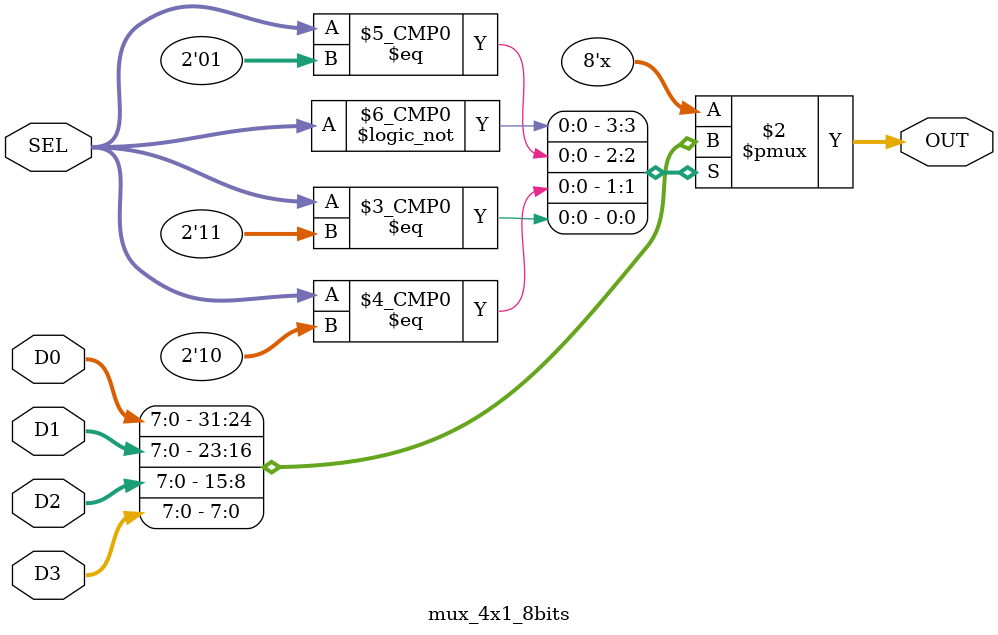
<source format=v>
module mux_4x1_8bits (
  input   	[7:0]   D0,
  input   	[7:0]   D1,
  input   	[7:0]   D2,
  input   	[7:0]   D3,
  input     [1:0]	  SEL,
  output reg [7:0]   OUT
);

always @(*) begin
    case (SEL)
        2'b00:    OUT = D0;
        2'b01:    OUT = D1;
        2'b10:    OUT = D2;
        2'b11:    OUT = D3;
        default:  OUT = 8'b11111111; // saida em 1
    endcase
end

endmodule

</source>
